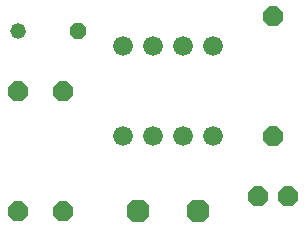
<source format=gbr>
G04 EAGLE Gerber RS-274X export*
G75*
%MOMM*%
%FSLAX34Y34*%
%LPD*%
%INTop Copper*%
%IPPOS*%
%AMOC8*
5,1,8,0,0,1.08239X$1,22.5*%
G01*
%ADD10P,1.429621X8X22.500000*%
%ADD11C,1.320800*%
%ADD12C,1.676400*%
%ADD13P,1.814519X8X22.500000*%
%ADD14P,1.814519X8X112.500000*%
%ADD15P,1.814519X8X292.500000*%
%ADD16P,2.089446X8X22.500000*%


D10*
X254000Y330200D03*
D11*
X203200Y330200D03*
D12*
X292100Y241300D03*
X317500Y241300D03*
X317500Y317500D03*
X292100Y317500D03*
X342900Y241300D03*
X368300Y241300D03*
X342900Y317500D03*
X368300Y317500D03*
D13*
X406400Y190500D03*
X431800Y190500D03*
D14*
X203200Y177800D03*
X203200Y279400D03*
D15*
X241300Y279400D03*
X241300Y177800D03*
X419100Y342900D03*
X419100Y241300D03*
D16*
X304800Y177800D03*
X355600Y177800D03*
M02*

</source>
